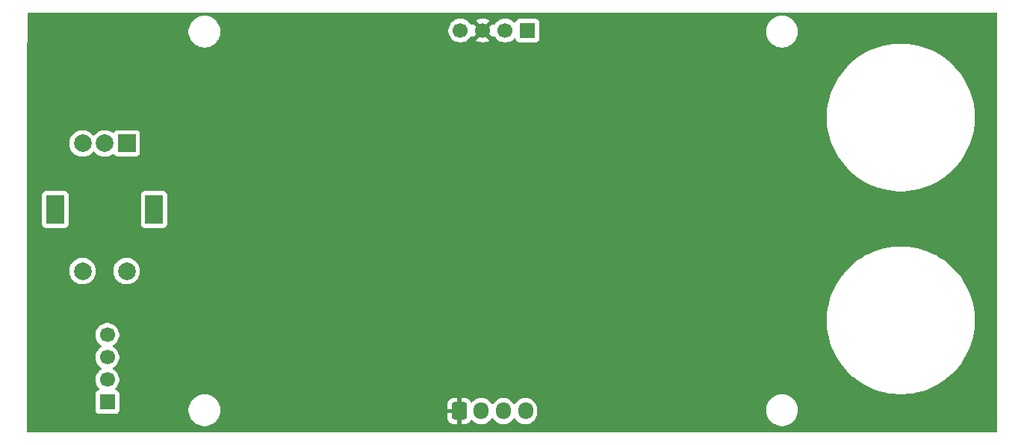
<source format=gbr>
%TF.GenerationSoftware,KiCad,Pcbnew,9.0.7*%
%TF.CreationDate,2026-01-30T14:49:52-06:00*%
%TF.ProjectId,displayboard,64697370-6c61-4796-926f-6172642e6b69,rev?*%
%TF.SameCoordinates,Original*%
%TF.FileFunction,Copper,L2,Bot*%
%TF.FilePolarity,Positive*%
%FSLAX46Y46*%
G04 Gerber Fmt 4.6, Leading zero omitted, Abs format (unit mm)*
G04 Created by KiCad (PCBNEW 9.0.7) date 2026-01-30 14:49:52*
%MOMM*%
%LPD*%
G01*
G04 APERTURE LIST*
G04 Aperture macros list*
%AMRoundRect*
0 Rectangle with rounded corners*
0 $1 Rounding radius*
0 $2 $3 $4 $5 $6 $7 $8 $9 X,Y pos of 4 corners*
0 Add a 4 corners polygon primitive as box body*
4,1,4,$2,$3,$4,$5,$6,$7,$8,$9,$2,$3,0*
0 Add four circle primitives for the rounded corners*
1,1,$1+$1,$2,$3*
1,1,$1+$1,$4,$5*
1,1,$1+$1,$6,$7*
1,1,$1+$1,$8,$9*
0 Add four rect primitives between the rounded corners*
20,1,$1+$1,$2,$3,$4,$5,0*
20,1,$1+$1,$4,$5,$6,$7,0*
20,1,$1+$1,$6,$7,$8,$9,0*
20,1,$1+$1,$8,$9,$2,$3,0*%
G04 Aperture macros list end*
%TA.AperFunction,ComponentPad*%
%ADD10R,1.700000X1.700000*%
%TD*%
%TA.AperFunction,ComponentPad*%
%ADD11C,1.700000*%
%TD*%
%TA.AperFunction,ComponentPad*%
%ADD12R,2.000000X2.000000*%
%TD*%
%TA.AperFunction,ComponentPad*%
%ADD13C,2.000000*%
%TD*%
%TA.AperFunction,ComponentPad*%
%ADD14R,2.000000X3.200000*%
%TD*%
%TA.AperFunction,ComponentPad*%
%ADD15RoundRect,0.250000X-0.600000X-0.725000X0.600000X-0.725000X0.600000X0.725000X-0.600000X0.725000X0*%
%TD*%
%TA.AperFunction,ComponentPad*%
%ADD16O,1.700000X1.950000*%
%TD*%
%TA.AperFunction,Conductor*%
%ADD17C,0.500000*%
%TD*%
G04 APERTURE END LIST*
D10*
%TO.P,REF\u002A\u002A,1*%
%TO.N,Net-(A1-GPIO20)*%
X139089000Y-70167600D03*
D11*
%TO.P,REF\u002A\u002A,2*%
%TO.N,Net-(A1-GPIO21)*%
X136549000Y-70167600D03*
%TO.P,REF\u002A\u002A,3*%
%TO.N,GND*%
X134009000Y-70167600D03*
%TO.P,REF\u002A\u002A,4*%
%TO.N,PICO_3V3*%
X131469000Y-70167600D03*
%TD*%
D12*
%TO.P,SW1,A,A*%
%TO.N,ADC0_GP26*%
X93650000Y-83000000D03*
D13*
%TO.P,SW1,B,B*%
%TO.N,ADC0_GP27*%
X88650000Y-83000000D03*
%TO.P,SW1,C,C*%
%TO.N,AGND*%
X91150000Y-83000000D03*
D14*
%TO.P,SW1,MP*%
%TO.N,N/C*%
X96750000Y-90500000D03*
X85550000Y-90500000D03*
D13*
%TO.P,SW1,S1,S1*%
%TO.N,ADC0_GP28*%
X88650000Y-97500000D03*
%TO.P,SW1,S2,S2*%
%TO.N,AGND*%
X93650000Y-97500000D03*
%TD*%
D15*
%TO.P,REF\u002A\u002A,1*%
%TO.N,GND*%
X131350000Y-113400000D03*
D16*
%TO.P,REF\u002A\u002A,2*%
%TO.N,PICO_3V3*%
X133850000Y-113400000D03*
%TO.P,REF\u002A\u002A,3*%
%TO.N,Net-(A1-GPIO21)*%
X136350000Y-113400000D03*
%TO.P,REF\u002A\u002A,4*%
%TO.N,Net-(A1-GPIO20)*%
X138850000Y-113400000D03*
%TD*%
D10*
%TO.P,REF\u002A\u002A,1*%
%TO.N,ADC0_GP26*%
X91450000Y-112370000D03*
D11*
%TO.P,REF\u002A\u002A,2*%
%TO.N,ADC0_GP27*%
X91450000Y-109830000D03*
%TO.P,REF\u002A\u002A,3*%
%TO.N,ADC0_GP28*%
X91450000Y-107290000D03*
%TO.P,REF\u002A\u002A,4*%
%TO.N,AGND*%
X91450000Y-104750000D03*
%TD*%
D17*
%TO.N,Net-(A1-GPIO20)*%
X139150800Y-70229400D02*
X139089000Y-70167600D01*
%TD*%
%TA.AperFunction,Conductor*%
%TO.N,GND*%
G36*
X192292539Y-68170185D02*
G01*
X192338294Y-68222989D01*
X192349500Y-68274500D01*
X192349500Y-115675500D01*
X192329815Y-115742539D01*
X192277011Y-115788294D01*
X192225500Y-115799500D01*
X82424500Y-115799500D01*
X82357461Y-115779815D01*
X82311706Y-115727011D01*
X82300500Y-115675500D01*
X82300500Y-104643713D01*
X90099500Y-104643713D01*
X90099500Y-104856286D01*
X90132753Y-105066239D01*
X90198444Y-105268414D01*
X90294951Y-105457820D01*
X90419890Y-105629786D01*
X90570213Y-105780109D01*
X90742182Y-105905050D01*
X90750946Y-105909516D01*
X90801742Y-105957491D01*
X90818536Y-106025312D01*
X90795998Y-106091447D01*
X90750946Y-106130484D01*
X90742182Y-106134949D01*
X90570213Y-106259890D01*
X90419890Y-106410213D01*
X90294951Y-106582179D01*
X90198444Y-106771585D01*
X90132753Y-106973760D01*
X90099500Y-107183713D01*
X90099500Y-107396286D01*
X90132753Y-107606239D01*
X90198444Y-107808414D01*
X90294951Y-107997820D01*
X90419890Y-108169786D01*
X90570213Y-108320109D01*
X90742182Y-108445050D01*
X90750946Y-108449516D01*
X90801742Y-108497491D01*
X90818536Y-108565312D01*
X90795998Y-108631447D01*
X90750946Y-108670484D01*
X90742182Y-108674949D01*
X90570213Y-108799890D01*
X90419890Y-108950213D01*
X90294951Y-109122179D01*
X90198444Y-109311585D01*
X90132753Y-109513760D01*
X90099500Y-109723713D01*
X90099500Y-109936286D01*
X90132753Y-110146239D01*
X90198444Y-110348414D01*
X90294951Y-110537820D01*
X90419890Y-110709786D01*
X90533430Y-110823326D01*
X90566915Y-110884649D01*
X90561931Y-110954341D01*
X90520059Y-111010274D01*
X90489083Y-111027189D01*
X90357669Y-111076203D01*
X90357664Y-111076206D01*
X90242455Y-111162452D01*
X90242452Y-111162455D01*
X90156206Y-111277664D01*
X90156202Y-111277671D01*
X90105908Y-111412517D01*
X90099501Y-111472116D01*
X90099501Y-111472123D01*
X90099500Y-111472135D01*
X90099500Y-113267870D01*
X90099501Y-113267876D01*
X90105908Y-113327483D01*
X90156202Y-113462328D01*
X90156206Y-113462335D01*
X90242452Y-113577544D01*
X90242455Y-113577547D01*
X90357664Y-113663793D01*
X90357671Y-113663797D01*
X90492517Y-113714091D01*
X90492516Y-113714091D01*
X90499444Y-113714835D01*
X90552127Y-113720500D01*
X92347872Y-113720499D01*
X92407483Y-113714091D01*
X92542331Y-113663796D01*
X92657546Y-113577546D01*
X92743796Y-113462331D01*
X92794091Y-113327483D01*
X92800500Y-113267873D01*
X92800500Y-113178795D01*
X100661700Y-113178795D01*
X100661700Y-113414804D01*
X100661701Y-113414820D01*
X100692506Y-113648810D01*
X100753594Y-113876793D01*
X100843914Y-114094845D01*
X100843919Y-114094856D01*
X100903205Y-114197540D01*
X100961927Y-114299250D01*
X100961929Y-114299253D01*
X100961930Y-114299254D01*
X101105606Y-114486497D01*
X101105612Y-114486504D01*
X101272495Y-114653387D01*
X101272501Y-114653392D01*
X101459750Y-114797073D01*
X101591118Y-114872918D01*
X101664143Y-114915080D01*
X101664148Y-114915082D01*
X101664151Y-114915084D01*
X101882207Y-115005406D01*
X102110186Y-115066493D01*
X102344189Y-115097300D01*
X102344196Y-115097300D01*
X102580204Y-115097300D01*
X102580211Y-115097300D01*
X102814214Y-115066493D01*
X103042193Y-115005406D01*
X103260249Y-114915084D01*
X103464650Y-114797073D01*
X103651899Y-114653392D01*
X103818792Y-114486499D01*
X103962473Y-114299250D01*
X104080484Y-114094849D01*
X104170806Y-113876793D01*
X104231893Y-113648814D01*
X104237462Y-113606508D01*
X104240630Y-113582452D01*
X104240630Y-113582451D01*
X104256443Y-113462335D01*
X104262700Y-113414811D01*
X104262700Y-113178789D01*
X104231893Y-112944786D01*
X104170806Y-112716807D01*
X104132783Y-112625013D01*
X130000000Y-112625013D01*
X130000000Y-113150000D01*
X130945854Y-113150000D01*
X130907370Y-113216657D01*
X130875000Y-113337465D01*
X130875000Y-113462535D01*
X130907370Y-113583343D01*
X130945854Y-113650000D01*
X130000001Y-113650000D01*
X130000001Y-114174986D01*
X130010494Y-114277697D01*
X130065641Y-114444119D01*
X130065643Y-114444124D01*
X130157684Y-114593345D01*
X130281654Y-114717315D01*
X130430875Y-114809356D01*
X130430880Y-114809358D01*
X130597302Y-114864505D01*
X130597309Y-114864506D01*
X130700019Y-114874999D01*
X131099999Y-114874999D01*
X131100000Y-114874998D01*
X131100000Y-113804145D01*
X131166657Y-113842630D01*
X131287465Y-113875000D01*
X131412535Y-113875000D01*
X131533343Y-113842630D01*
X131600000Y-113804145D01*
X131600000Y-114874999D01*
X131999972Y-114874999D01*
X131999986Y-114874998D01*
X132102697Y-114864505D01*
X132269119Y-114809358D01*
X132269124Y-114809356D01*
X132418345Y-114717315D01*
X132542317Y-114593343D01*
X132637815Y-114438516D01*
X132689763Y-114391791D01*
X132758725Y-114380568D01*
X132822808Y-114408412D01*
X132831035Y-114415931D01*
X132970213Y-114555109D01*
X133142179Y-114680048D01*
X133142181Y-114680049D01*
X133142184Y-114680051D01*
X133331588Y-114776557D01*
X133533757Y-114842246D01*
X133743713Y-114875500D01*
X133743714Y-114875500D01*
X133956286Y-114875500D01*
X133956287Y-114875500D01*
X134166243Y-114842246D01*
X134368412Y-114776557D01*
X134557816Y-114680051D01*
X134594516Y-114653387D01*
X134729786Y-114555109D01*
X134729788Y-114555106D01*
X134729792Y-114555104D01*
X134880104Y-114404792D01*
X134999683Y-114240204D01*
X135055011Y-114197540D01*
X135124624Y-114191561D01*
X135186420Y-114224166D01*
X135200313Y-114240199D01*
X135227557Y-114277697D01*
X135319896Y-114404792D01*
X135470213Y-114555109D01*
X135642179Y-114680048D01*
X135642181Y-114680049D01*
X135642184Y-114680051D01*
X135831588Y-114776557D01*
X136033757Y-114842246D01*
X136243713Y-114875500D01*
X136243714Y-114875500D01*
X136456286Y-114875500D01*
X136456287Y-114875500D01*
X136666243Y-114842246D01*
X136868412Y-114776557D01*
X137057816Y-114680051D01*
X137094516Y-114653387D01*
X137229786Y-114555109D01*
X137229788Y-114555106D01*
X137229792Y-114555104D01*
X137380104Y-114404792D01*
X137499683Y-114240204D01*
X137555011Y-114197540D01*
X137624624Y-114191561D01*
X137686420Y-114224166D01*
X137700313Y-114240199D01*
X137727557Y-114277697D01*
X137819896Y-114404792D01*
X137970213Y-114555109D01*
X138142179Y-114680048D01*
X138142181Y-114680049D01*
X138142184Y-114680051D01*
X138331588Y-114776557D01*
X138533757Y-114842246D01*
X138743713Y-114875500D01*
X138743714Y-114875500D01*
X138956286Y-114875500D01*
X138956287Y-114875500D01*
X139166243Y-114842246D01*
X139368412Y-114776557D01*
X139557816Y-114680051D01*
X139594516Y-114653387D01*
X139729786Y-114555109D01*
X139729788Y-114555106D01*
X139729792Y-114555104D01*
X139880104Y-114404792D01*
X139880106Y-114404788D01*
X139880109Y-114404786D01*
X140005048Y-114232820D01*
X140005047Y-114232820D01*
X140005051Y-114232816D01*
X140101557Y-114043412D01*
X140167246Y-113841243D01*
X140200500Y-113631287D01*
X140200500Y-113178795D01*
X166142900Y-113178795D01*
X166142900Y-113414804D01*
X166142901Y-113414820D01*
X166173706Y-113648810D01*
X166234794Y-113876793D01*
X166325114Y-114094845D01*
X166325119Y-114094856D01*
X166384405Y-114197540D01*
X166443127Y-114299250D01*
X166443129Y-114299253D01*
X166443130Y-114299254D01*
X166586806Y-114486497D01*
X166586812Y-114486504D01*
X166753695Y-114653387D01*
X166753701Y-114653392D01*
X166940950Y-114797073D01*
X167072318Y-114872918D01*
X167145343Y-114915080D01*
X167145348Y-114915082D01*
X167145351Y-114915084D01*
X167363407Y-115005406D01*
X167591386Y-115066493D01*
X167825389Y-115097300D01*
X167825396Y-115097300D01*
X168061404Y-115097300D01*
X168061411Y-115097300D01*
X168295414Y-115066493D01*
X168523393Y-115005406D01*
X168741449Y-114915084D01*
X168945850Y-114797073D01*
X169133099Y-114653392D01*
X169299992Y-114486499D01*
X169443673Y-114299250D01*
X169561684Y-114094849D01*
X169652006Y-113876793D01*
X169713093Y-113648814D01*
X169743900Y-113414811D01*
X169743900Y-113178789D01*
X169713093Y-112944786D01*
X169652006Y-112716807D01*
X169561684Y-112498751D01*
X169561682Y-112498748D01*
X169561680Y-112498743D01*
X169487752Y-112370697D01*
X169443673Y-112294350D01*
X169299992Y-112107101D01*
X169299987Y-112107095D01*
X169133104Y-111940212D01*
X169133097Y-111940206D01*
X168945854Y-111796530D01*
X168945853Y-111796529D01*
X168945850Y-111796527D01*
X168864357Y-111749477D01*
X168741456Y-111678519D01*
X168741445Y-111678514D01*
X168523393Y-111588194D01*
X168295410Y-111527106D01*
X168061420Y-111496301D01*
X168061417Y-111496300D01*
X168061411Y-111496300D01*
X167825389Y-111496300D01*
X167825383Y-111496300D01*
X167825379Y-111496301D01*
X167591389Y-111527106D01*
X167363406Y-111588194D01*
X167145354Y-111678514D01*
X167145343Y-111678519D01*
X166940945Y-111796530D01*
X166753702Y-111940206D01*
X166753695Y-111940212D01*
X166586812Y-112107095D01*
X166586806Y-112107102D01*
X166443130Y-112294345D01*
X166325119Y-112498743D01*
X166325114Y-112498754D01*
X166234794Y-112716806D01*
X166173706Y-112944789D01*
X166142901Y-113178779D01*
X166142900Y-113178795D01*
X140200500Y-113178795D01*
X140200500Y-113168713D01*
X140167246Y-112958757D01*
X140101557Y-112756588D01*
X140005051Y-112567184D01*
X140005049Y-112567181D01*
X140005048Y-112567179D01*
X139880109Y-112395213D01*
X139729786Y-112244890D01*
X139557820Y-112119951D01*
X139368414Y-112023444D01*
X139368413Y-112023443D01*
X139368412Y-112023443D01*
X139166243Y-111957754D01*
X139166241Y-111957753D01*
X139166240Y-111957753D01*
X139004957Y-111932208D01*
X138956287Y-111924500D01*
X138743713Y-111924500D01*
X138695042Y-111932208D01*
X138533760Y-111957753D01*
X138331585Y-112023444D01*
X138142179Y-112119951D01*
X137970213Y-112244890D01*
X137819894Y-112395209D01*
X137819890Y-112395214D01*
X137700318Y-112559793D01*
X137644989Y-112602459D01*
X137575375Y-112608438D01*
X137513580Y-112575833D01*
X137499682Y-112559793D01*
X137380109Y-112395214D01*
X137380105Y-112395209D01*
X137229786Y-112244890D01*
X137057820Y-112119951D01*
X136868414Y-112023444D01*
X136868413Y-112023443D01*
X136868412Y-112023443D01*
X136666243Y-111957754D01*
X136666241Y-111957753D01*
X136666240Y-111957753D01*
X136504957Y-111932208D01*
X136456287Y-111924500D01*
X136243713Y-111924500D01*
X136195042Y-111932208D01*
X136033760Y-111957753D01*
X135831585Y-112023444D01*
X135642179Y-112119951D01*
X135470213Y-112244890D01*
X135319894Y-112395209D01*
X135319890Y-112395214D01*
X135200318Y-112559793D01*
X135144989Y-112602459D01*
X135075375Y-112608438D01*
X135013580Y-112575833D01*
X134999682Y-112559793D01*
X134880109Y-112395214D01*
X134880105Y-112395209D01*
X134729786Y-112244890D01*
X134557820Y-112119951D01*
X134368414Y-112023444D01*
X134368413Y-112023443D01*
X134368412Y-112023443D01*
X134166243Y-111957754D01*
X134166241Y-111957753D01*
X134166240Y-111957753D01*
X134004957Y-111932208D01*
X133956287Y-111924500D01*
X133743713Y-111924500D01*
X133695042Y-111932208D01*
X133533760Y-111957753D01*
X133331585Y-112023444D01*
X133142179Y-112119951D01*
X132970215Y-112244889D01*
X132831035Y-112384069D01*
X132769712Y-112417553D01*
X132700020Y-112412569D01*
X132644087Y-112370697D01*
X132637815Y-112361484D01*
X132542315Y-112206654D01*
X132418345Y-112082684D01*
X132269124Y-111990643D01*
X132269119Y-111990641D01*
X132102697Y-111935494D01*
X132102690Y-111935493D01*
X131999986Y-111925000D01*
X131600000Y-111925000D01*
X131600000Y-112995854D01*
X131533343Y-112957370D01*
X131412535Y-112925000D01*
X131287465Y-112925000D01*
X131166657Y-112957370D01*
X131100000Y-112995854D01*
X131100000Y-111925000D01*
X130700028Y-111925000D01*
X130700012Y-111925001D01*
X130597302Y-111935494D01*
X130430880Y-111990641D01*
X130430875Y-111990643D01*
X130281654Y-112082684D01*
X130157684Y-112206654D01*
X130065643Y-112355875D01*
X130065641Y-112355880D01*
X130010494Y-112522302D01*
X130010493Y-112522309D01*
X130000000Y-112625013D01*
X104132783Y-112625013D01*
X104123441Y-112602459D01*
X104080485Y-112498754D01*
X104080480Y-112498743D01*
X104006552Y-112370697D01*
X103962473Y-112294350D01*
X103818792Y-112107101D01*
X103818787Y-112107095D01*
X103651904Y-111940212D01*
X103651897Y-111940206D01*
X103464654Y-111796530D01*
X103464653Y-111796529D01*
X103464650Y-111796527D01*
X103383157Y-111749477D01*
X103260256Y-111678519D01*
X103260245Y-111678514D01*
X103042193Y-111588194D01*
X102814210Y-111527106D01*
X102580220Y-111496301D01*
X102580217Y-111496300D01*
X102580211Y-111496300D01*
X102344189Y-111496300D01*
X102344183Y-111496300D01*
X102344179Y-111496301D01*
X102110189Y-111527106D01*
X101882206Y-111588194D01*
X101664154Y-111678514D01*
X101664143Y-111678519D01*
X101459745Y-111796530D01*
X101272502Y-111940206D01*
X101272495Y-111940212D01*
X101105612Y-112107095D01*
X101105606Y-112107102D01*
X100961930Y-112294345D01*
X100843919Y-112498743D01*
X100843914Y-112498754D01*
X100753594Y-112716806D01*
X100692506Y-112944789D01*
X100661701Y-113178779D01*
X100661700Y-113178795D01*
X92800500Y-113178795D01*
X92800499Y-112361484D01*
X92800499Y-111472129D01*
X92800498Y-111472123D01*
X92800497Y-111472116D01*
X92794091Y-111412517D01*
X92743796Y-111277669D01*
X92743795Y-111277668D01*
X92743793Y-111277664D01*
X92657547Y-111162455D01*
X92657544Y-111162452D01*
X92542335Y-111076206D01*
X92542328Y-111076202D01*
X92410917Y-111027189D01*
X92354983Y-110985318D01*
X92330566Y-110919853D01*
X92345418Y-110851580D01*
X92366563Y-110823332D01*
X92480104Y-110709792D01*
X92605051Y-110537816D01*
X92701557Y-110348412D01*
X92767246Y-110146243D01*
X92800500Y-109936287D01*
X92800500Y-109723713D01*
X92767246Y-109513757D01*
X92701557Y-109311588D01*
X92605051Y-109122184D01*
X92605049Y-109122181D01*
X92605048Y-109122179D01*
X92480109Y-108950213D01*
X92329786Y-108799890D01*
X92157820Y-108674951D01*
X92157115Y-108674591D01*
X92149054Y-108670485D01*
X92098259Y-108622512D01*
X92081463Y-108554692D01*
X92103999Y-108488556D01*
X92149054Y-108449515D01*
X92157816Y-108445051D01*
X92191847Y-108420326D01*
X92329786Y-108320109D01*
X92329788Y-108320106D01*
X92329792Y-108320104D01*
X92480104Y-108169792D01*
X92480106Y-108169788D01*
X92480109Y-108169786D01*
X92605048Y-107997820D01*
X92605047Y-107997820D01*
X92605051Y-107997816D01*
X92701557Y-107808412D01*
X92767246Y-107606243D01*
X92800500Y-107396287D01*
X92800500Y-107183713D01*
X92767246Y-106973757D01*
X92701557Y-106771588D01*
X92605051Y-106582184D01*
X92605049Y-106582181D01*
X92605048Y-106582179D01*
X92480109Y-106410213D01*
X92329786Y-106259890D01*
X92157820Y-106134951D01*
X92157115Y-106134591D01*
X92149054Y-106130485D01*
X92098259Y-106082512D01*
X92081463Y-106014692D01*
X92103999Y-105948556D01*
X92149054Y-105909515D01*
X92157816Y-105905051D01*
X92179789Y-105889086D01*
X92329786Y-105780109D01*
X92329788Y-105780106D01*
X92329792Y-105780104D01*
X92480104Y-105629792D01*
X92480106Y-105629788D01*
X92480109Y-105629786D01*
X92605048Y-105457820D01*
X92605047Y-105457820D01*
X92605051Y-105457816D01*
X92701557Y-105268412D01*
X92767246Y-105066243D01*
X92800500Y-104856287D01*
X92800500Y-104643713D01*
X92767246Y-104433757D01*
X92701557Y-104231588D01*
X92605051Y-104042184D01*
X92605049Y-104042181D01*
X92605048Y-104042179D01*
X92480109Y-103870213D01*
X92329786Y-103719890D01*
X92157820Y-103594951D01*
X91968414Y-103498444D01*
X91968413Y-103498443D01*
X91968412Y-103498443D01*
X91766243Y-103432754D01*
X91766241Y-103432753D01*
X91766240Y-103432753D01*
X91604957Y-103407208D01*
X91556287Y-103399500D01*
X91343713Y-103399500D01*
X91295042Y-103407208D01*
X91133760Y-103432753D01*
X90931585Y-103498444D01*
X90742179Y-103594951D01*
X90570213Y-103719890D01*
X90419890Y-103870213D01*
X90294951Y-104042179D01*
X90198444Y-104231585D01*
X90132753Y-104433760D01*
X90099500Y-104643713D01*
X82300500Y-104643713D01*
X82300500Y-102825602D01*
X173018000Y-102825602D01*
X173018000Y-103374398D01*
X173032456Y-103594949D01*
X173053893Y-103922027D01*
X173125525Y-104466119D01*
X173125527Y-104466131D01*
X173232584Y-105004349D01*
X173232590Y-105004375D01*
X173374627Y-105534464D01*
X173374631Y-105534479D01*
X173551033Y-106054139D01*
X173551037Y-106054150D01*
X173761054Y-106561173D01*
X174003775Y-107053364D01*
X174278168Y-107528627D01*
X174278184Y-107528652D01*
X174583069Y-107984944D01*
X174917150Y-108420326D01*
X174917155Y-108420331D01*
X174917156Y-108420333D01*
X175279002Y-108832940D01*
X175667060Y-109220998D01*
X176000892Y-109513760D01*
X176079673Y-109582849D01*
X176515055Y-109916930D01*
X176971347Y-110221815D01*
X176971372Y-110221831D01*
X177446635Y-110496224D01*
X177938826Y-110738945D01*
X177938831Y-110738947D01*
X177938837Y-110738950D01*
X178445858Y-110948966D01*
X178774520Y-111060531D01*
X178965520Y-111125368D01*
X178965525Y-111125369D01*
X178965530Y-111125371D01*
X179495627Y-111267410D01*
X179495636Y-111267411D01*
X179495650Y-111267415D01*
X180033868Y-111374472D01*
X180033873Y-111374472D01*
X180033879Y-111374474D01*
X180577980Y-111446107D01*
X181125602Y-111482000D01*
X181125613Y-111482000D01*
X181674387Y-111482000D01*
X181674398Y-111482000D01*
X182222020Y-111446107D01*
X182766121Y-111374474D01*
X182790867Y-111369551D01*
X183304349Y-111267415D01*
X183304356Y-111267413D01*
X183304373Y-111267410D01*
X183834470Y-111125371D01*
X184354142Y-110948966D01*
X184861163Y-110738950D01*
X185353364Y-110496224D01*
X185828636Y-110221826D01*
X186284943Y-109916931D01*
X186720333Y-109582844D01*
X187132940Y-109220998D01*
X187520998Y-108832940D01*
X187882844Y-108420333D01*
X188216931Y-107984943D01*
X188521826Y-107528636D01*
X188796224Y-107053364D01*
X189038950Y-106561163D01*
X189248966Y-106054142D01*
X189425371Y-105534470D01*
X189567410Y-105004373D01*
X189674474Y-104466121D01*
X189746107Y-103922020D01*
X189782000Y-103374398D01*
X189782000Y-102825602D01*
X189746107Y-102277980D01*
X189674474Y-101733879D01*
X189567410Y-101195627D01*
X189425371Y-100665530D01*
X189248966Y-100145858D01*
X189038950Y-99638837D01*
X188796224Y-99146636D01*
X188796224Y-99146635D01*
X188521831Y-98671372D01*
X188521815Y-98671347D01*
X188216930Y-98215055D01*
X187882849Y-97779673D01*
X187741151Y-97618097D01*
X187520998Y-97367060D01*
X187132940Y-96979002D01*
X186720333Y-96617156D01*
X186720331Y-96617155D01*
X186720326Y-96617150D01*
X186284944Y-96283069D01*
X185828652Y-95978184D01*
X185828627Y-95978168D01*
X185353364Y-95703775D01*
X184861173Y-95461054D01*
X184354150Y-95251037D01*
X184354139Y-95251033D01*
X183834479Y-95074631D01*
X183834464Y-95074627D01*
X183304375Y-94932590D01*
X183304349Y-94932584D01*
X182766131Y-94825527D01*
X182766119Y-94825525D01*
X182222027Y-94753893D01*
X182009055Y-94739934D01*
X181674398Y-94718000D01*
X181125602Y-94718000D01*
X180808557Y-94738780D01*
X180577972Y-94753893D01*
X180033880Y-94825525D01*
X180033868Y-94825527D01*
X179495650Y-94932584D01*
X179495624Y-94932590D01*
X178965535Y-95074627D01*
X178965520Y-95074631D01*
X178445860Y-95251033D01*
X178445849Y-95251037D01*
X177938826Y-95461054D01*
X177446635Y-95703775D01*
X176971372Y-95978168D01*
X176971347Y-95978184D01*
X176515055Y-96283069D01*
X176079673Y-96617150D01*
X175667055Y-96979006D01*
X175279006Y-97367055D01*
X174917150Y-97779673D01*
X174583069Y-98215055D01*
X174278184Y-98671347D01*
X174278168Y-98671372D01*
X174003775Y-99146635D01*
X173761054Y-99638826D01*
X173551037Y-100145849D01*
X173551033Y-100145860D01*
X173374631Y-100665520D01*
X173374627Y-100665535D01*
X173232590Y-101195624D01*
X173232584Y-101195650D01*
X173125527Y-101733868D01*
X173125525Y-101733880D01*
X173053893Y-102277972D01*
X173038780Y-102508557D01*
X173018000Y-102825602D01*
X82300500Y-102825602D01*
X82300500Y-97381902D01*
X87149500Y-97381902D01*
X87149500Y-97618097D01*
X87186446Y-97851368D01*
X87259433Y-98075996D01*
X87330288Y-98215055D01*
X87366657Y-98286433D01*
X87505483Y-98477510D01*
X87672490Y-98644517D01*
X87863567Y-98783343D01*
X87962991Y-98834002D01*
X88074003Y-98890566D01*
X88074005Y-98890566D01*
X88074008Y-98890568D01*
X88194412Y-98929689D01*
X88298631Y-98963553D01*
X88531903Y-99000500D01*
X88531908Y-99000500D01*
X88768097Y-99000500D01*
X89001368Y-98963553D01*
X89225992Y-98890568D01*
X89436433Y-98783343D01*
X89627510Y-98644517D01*
X89794517Y-98477510D01*
X89933343Y-98286433D01*
X90040568Y-98075992D01*
X90113553Y-97851368D01*
X90150500Y-97618097D01*
X90150500Y-97381902D01*
X92149500Y-97381902D01*
X92149500Y-97618097D01*
X92186446Y-97851368D01*
X92259433Y-98075996D01*
X92330288Y-98215055D01*
X92366657Y-98286433D01*
X92505483Y-98477510D01*
X92672490Y-98644517D01*
X92863567Y-98783343D01*
X92962991Y-98834002D01*
X93074003Y-98890566D01*
X93074005Y-98890566D01*
X93074008Y-98890568D01*
X93194412Y-98929689D01*
X93298631Y-98963553D01*
X93531903Y-99000500D01*
X93531908Y-99000500D01*
X93768097Y-99000500D01*
X94001368Y-98963553D01*
X94225992Y-98890568D01*
X94436433Y-98783343D01*
X94627510Y-98644517D01*
X94794517Y-98477510D01*
X94933343Y-98286433D01*
X95040568Y-98075992D01*
X95113553Y-97851368D01*
X95150500Y-97618097D01*
X95150500Y-97381902D01*
X95113553Y-97148631D01*
X95058438Y-96979006D01*
X95040568Y-96924008D01*
X95040566Y-96924005D01*
X95040566Y-96924003D01*
X94933342Y-96713566D01*
X94794517Y-96522490D01*
X94627510Y-96355483D01*
X94436433Y-96216657D01*
X94225996Y-96109433D01*
X94001368Y-96036446D01*
X93768097Y-95999500D01*
X93768092Y-95999500D01*
X93531908Y-95999500D01*
X93531903Y-95999500D01*
X93298631Y-96036446D01*
X93074003Y-96109433D01*
X92863566Y-96216657D01*
X92772159Y-96283069D01*
X92672490Y-96355483D01*
X92672488Y-96355485D01*
X92672487Y-96355485D01*
X92505485Y-96522487D01*
X92505485Y-96522488D01*
X92505483Y-96522490D01*
X92445862Y-96604550D01*
X92366657Y-96713566D01*
X92259433Y-96924003D01*
X92186446Y-97148631D01*
X92149500Y-97381902D01*
X90150500Y-97381902D01*
X90113553Y-97148631D01*
X90058438Y-96979006D01*
X90040568Y-96924008D01*
X90040566Y-96924005D01*
X90040566Y-96924003D01*
X89933342Y-96713566D01*
X89794517Y-96522490D01*
X89627510Y-96355483D01*
X89436433Y-96216657D01*
X89225996Y-96109433D01*
X89001368Y-96036446D01*
X88768097Y-95999500D01*
X88768092Y-95999500D01*
X88531908Y-95999500D01*
X88531903Y-95999500D01*
X88298631Y-96036446D01*
X88074003Y-96109433D01*
X87863566Y-96216657D01*
X87772159Y-96283069D01*
X87672490Y-96355483D01*
X87672488Y-96355485D01*
X87672487Y-96355485D01*
X87505485Y-96522487D01*
X87505485Y-96522488D01*
X87505483Y-96522490D01*
X87445862Y-96604550D01*
X87366657Y-96713566D01*
X87259433Y-96924003D01*
X87186446Y-97148631D01*
X87149500Y-97381902D01*
X82300500Y-97381902D01*
X82300500Y-88852135D01*
X84049500Y-88852135D01*
X84049500Y-92147870D01*
X84049501Y-92147876D01*
X84055908Y-92207483D01*
X84106202Y-92342328D01*
X84106206Y-92342335D01*
X84192452Y-92457544D01*
X84192455Y-92457547D01*
X84307664Y-92543793D01*
X84307671Y-92543797D01*
X84442517Y-92594091D01*
X84442516Y-92594091D01*
X84449444Y-92594835D01*
X84502127Y-92600500D01*
X86597872Y-92600499D01*
X86657483Y-92594091D01*
X86792331Y-92543796D01*
X86907546Y-92457546D01*
X86993796Y-92342331D01*
X87044091Y-92207483D01*
X87050500Y-92147873D01*
X87050499Y-88852135D01*
X95249500Y-88852135D01*
X95249500Y-92147870D01*
X95249501Y-92147876D01*
X95255908Y-92207483D01*
X95306202Y-92342328D01*
X95306206Y-92342335D01*
X95392452Y-92457544D01*
X95392455Y-92457547D01*
X95507664Y-92543793D01*
X95507671Y-92543797D01*
X95642517Y-92594091D01*
X95642516Y-92594091D01*
X95649444Y-92594835D01*
X95702127Y-92600500D01*
X97797872Y-92600499D01*
X97857483Y-92594091D01*
X97992331Y-92543796D01*
X98107546Y-92457546D01*
X98193796Y-92342331D01*
X98244091Y-92207483D01*
X98250500Y-92147873D01*
X98250499Y-88852128D01*
X98244091Y-88792517D01*
X98193796Y-88657669D01*
X98193795Y-88657668D01*
X98193793Y-88657664D01*
X98107547Y-88542455D01*
X98107544Y-88542452D01*
X97992335Y-88456206D01*
X97992328Y-88456202D01*
X97857482Y-88405908D01*
X97857483Y-88405908D01*
X97797883Y-88399501D01*
X97797881Y-88399500D01*
X97797873Y-88399500D01*
X97797864Y-88399500D01*
X95702129Y-88399500D01*
X95702123Y-88399501D01*
X95642516Y-88405908D01*
X95507671Y-88456202D01*
X95507664Y-88456206D01*
X95392455Y-88542452D01*
X95392452Y-88542455D01*
X95306206Y-88657664D01*
X95306202Y-88657671D01*
X95255908Y-88792517D01*
X95249501Y-88852116D01*
X95249501Y-88852123D01*
X95249500Y-88852135D01*
X87050499Y-88852135D01*
X87050499Y-88852128D01*
X87044091Y-88792517D01*
X86993796Y-88657669D01*
X86993795Y-88657668D01*
X86993793Y-88657664D01*
X86907547Y-88542455D01*
X86907544Y-88542452D01*
X86792335Y-88456206D01*
X86792328Y-88456202D01*
X86657482Y-88405908D01*
X86657483Y-88405908D01*
X86597883Y-88399501D01*
X86597881Y-88399500D01*
X86597873Y-88399500D01*
X86597864Y-88399500D01*
X84502129Y-88399500D01*
X84502123Y-88399501D01*
X84442516Y-88405908D01*
X84307671Y-88456202D01*
X84307664Y-88456206D01*
X84192455Y-88542452D01*
X84192452Y-88542455D01*
X84106206Y-88657664D01*
X84106202Y-88657671D01*
X84055908Y-88792517D01*
X84049501Y-88852116D01*
X84049501Y-88852123D01*
X84049500Y-88852135D01*
X82300500Y-88852135D01*
X82300500Y-82881902D01*
X87149500Y-82881902D01*
X87149500Y-83118097D01*
X87186446Y-83351368D01*
X87259433Y-83575996D01*
X87366657Y-83786433D01*
X87505483Y-83977510D01*
X87672490Y-84144517D01*
X87863567Y-84283343D01*
X87962991Y-84334002D01*
X88074003Y-84390566D01*
X88074005Y-84390566D01*
X88074008Y-84390568D01*
X88194412Y-84429689D01*
X88298631Y-84463553D01*
X88531903Y-84500500D01*
X88531908Y-84500500D01*
X88768097Y-84500500D01*
X89001368Y-84463553D01*
X89225992Y-84390568D01*
X89436433Y-84283343D01*
X89627510Y-84144517D01*
X89794517Y-83977510D01*
X89799682Y-83970401D01*
X89855012Y-83927735D01*
X89924625Y-83921756D01*
X89986420Y-83954362D01*
X90000318Y-83970401D01*
X90005483Y-83977510D01*
X90172490Y-84144517D01*
X90363567Y-84283343D01*
X90462991Y-84334002D01*
X90574003Y-84390566D01*
X90574005Y-84390566D01*
X90574008Y-84390568D01*
X90694412Y-84429689D01*
X90798631Y-84463553D01*
X91031903Y-84500500D01*
X91031908Y-84500500D01*
X91268097Y-84500500D01*
X91501368Y-84463553D01*
X91725992Y-84390568D01*
X91936433Y-84283343D01*
X92032157Y-84213794D01*
X92097963Y-84190314D01*
X92166017Y-84206139D01*
X92204309Y-84239801D01*
X92292452Y-84357544D01*
X92292455Y-84357547D01*
X92407664Y-84443793D01*
X92407671Y-84443797D01*
X92542517Y-84494091D01*
X92542516Y-84494091D01*
X92549444Y-84494835D01*
X92602127Y-84500500D01*
X94697872Y-84500499D01*
X94757483Y-84494091D01*
X94892331Y-84443796D01*
X95007546Y-84357546D01*
X95093796Y-84242331D01*
X95144091Y-84107483D01*
X95150500Y-84047873D01*
X95150499Y-81952128D01*
X95144091Y-81892517D01*
X95130278Y-81855483D01*
X95093797Y-81757671D01*
X95093793Y-81757664D01*
X95007547Y-81642455D01*
X95007544Y-81642452D01*
X94892335Y-81556206D01*
X94892328Y-81556202D01*
X94757482Y-81505908D01*
X94757483Y-81505908D01*
X94697883Y-81499501D01*
X94697881Y-81499500D01*
X94697873Y-81499500D01*
X94697864Y-81499500D01*
X92602129Y-81499500D01*
X92602123Y-81499501D01*
X92542516Y-81505908D01*
X92407671Y-81556202D01*
X92407664Y-81556206D01*
X92292455Y-81642452D01*
X92204309Y-81760199D01*
X92148375Y-81802069D01*
X92078683Y-81807053D01*
X92032157Y-81786205D01*
X91936433Y-81716657D01*
X91725996Y-81609433D01*
X91501368Y-81536446D01*
X91268097Y-81499500D01*
X91268092Y-81499500D01*
X91031908Y-81499500D01*
X91031903Y-81499500D01*
X90798631Y-81536446D01*
X90574003Y-81609433D01*
X90363566Y-81716657D01*
X90267843Y-81786205D01*
X90172490Y-81855483D01*
X90172488Y-81855485D01*
X90172487Y-81855485D01*
X90005482Y-82022490D01*
X90000315Y-82029603D01*
X89944983Y-82072266D01*
X89875370Y-82078242D01*
X89813576Y-82045634D01*
X89799685Y-82029603D01*
X89794517Y-82022490D01*
X89627512Y-81855485D01*
X89627510Y-81855483D01*
X89436433Y-81716657D01*
X89225996Y-81609433D01*
X89001368Y-81536446D01*
X88768097Y-81499500D01*
X88768092Y-81499500D01*
X88531908Y-81499500D01*
X88531903Y-81499500D01*
X88298631Y-81536446D01*
X88074003Y-81609433D01*
X87863566Y-81716657D01*
X87767843Y-81786205D01*
X87672490Y-81855483D01*
X87672488Y-81855485D01*
X87672487Y-81855485D01*
X87505485Y-82022487D01*
X87505485Y-82022488D01*
X87505483Y-82022490D01*
X87488668Y-82045634D01*
X87366657Y-82213566D01*
X87259433Y-82424003D01*
X87186446Y-82648631D01*
X87149500Y-82881902D01*
X82300500Y-82881902D01*
X82300500Y-79790280D01*
X82300504Y-79789248D01*
X82300618Y-79775602D01*
X173018000Y-79775602D01*
X173018000Y-80324398D01*
X173040669Y-80670264D01*
X173053893Y-80872027D01*
X173125525Y-81416119D01*
X173125527Y-81416131D01*
X173232584Y-81954349D01*
X173232590Y-81954375D01*
X173374627Y-82484464D01*
X173374631Y-82484479D01*
X173551033Y-83004139D01*
X173551037Y-83004150D01*
X173761054Y-83511173D01*
X174003775Y-84003364D01*
X174278168Y-84478627D01*
X174278184Y-84478652D01*
X174583069Y-84934944D01*
X174917150Y-85370326D01*
X174917155Y-85370331D01*
X174917156Y-85370333D01*
X175279002Y-85782940D01*
X175667060Y-86170998D01*
X176079667Y-86532844D01*
X176079673Y-86532849D01*
X176515055Y-86866930D01*
X176971347Y-87171815D01*
X176971372Y-87171831D01*
X177446635Y-87446224D01*
X177938826Y-87688945D01*
X177938831Y-87688947D01*
X177938837Y-87688950D01*
X178445858Y-87898966D01*
X178774520Y-88010531D01*
X178965520Y-88075368D01*
X178965525Y-88075369D01*
X178965530Y-88075371D01*
X179495627Y-88217410D01*
X179495636Y-88217411D01*
X179495650Y-88217415D01*
X180033868Y-88324472D01*
X180033873Y-88324472D01*
X180033879Y-88324474D01*
X180577980Y-88396107D01*
X181125602Y-88432000D01*
X181125613Y-88432000D01*
X181674387Y-88432000D01*
X181674398Y-88432000D01*
X182222020Y-88396107D01*
X182766121Y-88324474D01*
X182790867Y-88319551D01*
X183304349Y-88217415D01*
X183304356Y-88217413D01*
X183304373Y-88217410D01*
X183834470Y-88075371D01*
X184354142Y-87898966D01*
X184861163Y-87688950D01*
X185353364Y-87446224D01*
X185828636Y-87171826D01*
X186284943Y-86866931D01*
X186720333Y-86532844D01*
X187132940Y-86170998D01*
X187520998Y-85782940D01*
X187882844Y-85370333D01*
X188216931Y-84934943D01*
X188521826Y-84478636D01*
X188796224Y-84003364D01*
X189038950Y-83511163D01*
X189248966Y-83004142D01*
X189425371Y-82484470D01*
X189567410Y-81954373D01*
X189567857Y-81952129D01*
X189674472Y-81416131D01*
X189674474Y-81416119D01*
X189746106Y-80872027D01*
X189746107Y-80872020D01*
X189782000Y-80324398D01*
X189782000Y-79775602D01*
X189746107Y-79227980D01*
X189674474Y-78683879D01*
X189567410Y-78145627D01*
X189425371Y-77615530D01*
X189248966Y-77095858D01*
X189038950Y-76588837D01*
X188796224Y-76096636D01*
X188796224Y-76096635D01*
X188521831Y-75621372D01*
X188521815Y-75621347D01*
X188216930Y-75165055D01*
X187882849Y-74729673D01*
X187882844Y-74729667D01*
X187520998Y-74317060D01*
X187132940Y-73929002D01*
X186720333Y-73567156D01*
X186720331Y-73567155D01*
X186720326Y-73567150D01*
X186284944Y-73233069D01*
X185828652Y-72928184D01*
X185828627Y-72928168D01*
X185353364Y-72653775D01*
X184861173Y-72411054D01*
X184354150Y-72201037D01*
X184354139Y-72201033D01*
X183834479Y-72024631D01*
X183834464Y-72024627D01*
X183304375Y-71882590D01*
X183304349Y-71882584D01*
X182766131Y-71775527D01*
X182766119Y-71775525D01*
X182222027Y-71703893D01*
X182009055Y-71689934D01*
X181674398Y-71668000D01*
X181125602Y-71668000D01*
X180808557Y-71688780D01*
X180577972Y-71703893D01*
X180033880Y-71775525D01*
X180033868Y-71775527D01*
X179495650Y-71882584D01*
X179495624Y-71882590D01*
X178965535Y-72024627D01*
X178965520Y-72024631D01*
X178445860Y-72201033D01*
X178445849Y-72201037D01*
X177938826Y-72411054D01*
X177446635Y-72653775D01*
X176971372Y-72928168D01*
X176971347Y-72928184D01*
X176515055Y-73233069D01*
X176079673Y-73567150D01*
X175667055Y-73929006D01*
X175279006Y-74317055D01*
X174917150Y-74729673D01*
X174583069Y-75165055D01*
X174278184Y-75621347D01*
X174278168Y-75621372D01*
X174003775Y-76096635D01*
X173761054Y-76588826D01*
X173551037Y-77095849D01*
X173551033Y-77095860D01*
X173374631Y-77615520D01*
X173374627Y-77615535D01*
X173232590Y-78145624D01*
X173232584Y-78145650D01*
X173125527Y-78683868D01*
X173125525Y-78683880D01*
X173053893Y-79227972D01*
X173038780Y-79458557D01*
X173018000Y-79775602D01*
X82300618Y-79775602D01*
X82300643Y-79772541D01*
X82300643Y-79772540D01*
X82357442Y-72928168D01*
X82380277Y-70176595D01*
X100661700Y-70176595D01*
X100661700Y-70412604D01*
X100661701Y-70412620D01*
X100692506Y-70646610D01*
X100753594Y-70874593D01*
X100843914Y-71092645D01*
X100843919Y-71092656D01*
X100904570Y-71197705D01*
X100961927Y-71297050D01*
X100961929Y-71297053D01*
X100961930Y-71297054D01*
X101105606Y-71484297D01*
X101105612Y-71484304D01*
X101272495Y-71651187D01*
X101272502Y-71651193D01*
X101341182Y-71703893D01*
X101459750Y-71794873D01*
X101591118Y-71870718D01*
X101664143Y-71912880D01*
X101664148Y-71912882D01*
X101664151Y-71912884D01*
X101882207Y-72003206D01*
X102110186Y-72064293D01*
X102344189Y-72095100D01*
X102344196Y-72095100D01*
X102580204Y-72095100D01*
X102580211Y-72095100D01*
X102814214Y-72064293D01*
X103042193Y-72003206D01*
X103260249Y-71912884D01*
X103464650Y-71794873D01*
X103651899Y-71651192D01*
X103818792Y-71484299D01*
X103962473Y-71297050D01*
X104080484Y-71092649D01*
X104170806Y-70874593D01*
X104231893Y-70646614D01*
X104262700Y-70412611D01*
X104262700Y-70176589D01*
X104247524Y-70061313D01*
X130118500Y-70061313D01*
X130118500Y-70273887D01*
X130151754Y-70483843D01*
X130204640Y-70646610D01*
X130217444Y-70686014D01*
X130313951Y-70875420D01*
X130438890Y-71047386D01*
X130589213Y-71197709D01*
X130761179Y-71322648D01*
X130761181Y-71322649D01*
X130761184Y-71322651D01*
X130950588Y-71419157D01*
X131152757Y-71484846D01*
X131362713Y-71518100D01*
X131362714Y-71518100D01*
X131575286Y-71518100D01*
X131575287Y-71518100D01*
X131785243Y-71484846D01*
X131987412Y-71419157D01*
X132176816Y-71322651D01*
X132198789Y-71306686D01*
X132348786Y-71197709D01*
X132348788Y-71197706D01*
X132348792Y-71197704D01*
X132499104Y-71047392D01*
X132499106Y-71047388D01*
X132499109Y-71047386D01*
X132584890Y-70929317D01*
X132624051Y-70875416D01*
X132628793Y-70866108D01*
X132676763Y-70815311D01*
X132744583Y-70798511D01*
X132810719Y-70821045D01*
X132849763Y-70866100D01*
X132854373Y-70875147D01*
X132893728Y-70929316D01*
X133526037Y-70297008D01*
X133543075Y-70360593D01*
X133608901Y-70474607D01*
X133701993Y-70567699D01*
X133816007Y-70633525D01*
X133879590Y-70650562D01*
X133247282Y-71282869D01*
X133247282Y-71282870D01*
X133301449Y-71322224D01*
X133490782Y-71418695D01*
X133692870Y-71484357D01*
X133902754Y-71517600D01*
X134115246Y-71517600D01*
X134325127Y-71484357D01*
X134325130Y-71484357D01*
X134527217Y-71418695D01*
X134716554Y-71322222D01*
X134770716Y-71282870D01*
X134770717Y-71282870D01*
X134138408Y-70650562D01*
X134201993Y-70633525D01*
X134316007Y-70567699D01*
X134409099Y-70474607D01*
X134474925Y-70360593D01*
X134491962Y-70297008D01*
X135124270Y-70929317D01*
X135124270Y-70929316D01*
X135163622Y-70875155D01*
X135168232Y-70866107D01*
X135216205Y-70815309D01*
X135284025Y-70798512D01*
X135350161Y-70821047D01*
X135389204Y-70866104D01*
X135393949Y-70875417D01*
X135518890Y-71047386D01*
X135669213Y-71197709D01*
X135841179Y-71322648D01*
X135841181Y-71322649D01*
X135841184Y-71322651D01*
X136030588Y-71419157D01*
X136232757Y-71484846D01*
X136442713Y-71518100D01*
X136442714Y-71518100D01*
X136655286Y-71518100D01*
X136655287Y-71518100D01*
X136865243Y-71484846D01*
X137067412Y-71419157D01*
X137256816Y-71322651D01*
X137428792Y-71197704D01*
X137542329Y-71084166D01*
X137603648Y-71050684D01*
X137673340Y-71055668D01*
X137729274Y-71097539D01*
X137746189Y-71128517D01*
X137795202Y-71259928D01*
X137795206Y-71259935D01*
X137881452Y-71375144D01*
X137881455Y-71375147D01*
X137996664Y-71461393D01*
X137996671Y-71461397D01*
X138131517Y-71511691D01*
X138131516Y-71511691D01*
X138138444Y-71512435D01*
X138191127Y-71518100D01*
X139986872Y-71518099D01*
X140046483Y-71511691D01*
X140181331Y-71461396D01*
X140296546Y-71375146D01*
X140382796Y-71259931D01*
X140433091Y-71125083D01*
X140439500Y-71065473D01*
X140439499Y-70176595D01*
X166142900Y-70176595D01*
X166142900Y-70412604D01*
X166142901Y-70412620D01*
X166173706Y-70646610D01*
X166234794Y-70874593D01*
X166325114Y-71092645D01*
X166325119Y-71092656D01*
X166385770Y-71197705D01*
X166443127Y-71297050D01*
X166443129Y-71297053D01*
X166443130Y-71297054D01*
X166586806Y-71484297D01*
X166586812Y-71484304D01*
X166753695Y-71651187D01*
X166753702Y-71651193D01*
X166822382Y-71703893D01*
X166940950Y-71794873D01*
X167072318Y-71870718D01*
X167145343Y-71912880D01*
X167145348Y-71912882D01*
X167145351Y-71912884D01*
X167363407Y-72003206D01*
X167591386Y-72064293D01*
X167825389Y-72095100D01*
X167825396Y-72095100D01*
X168061404Y-72095100D01*
X168061411Y-72095100D01*
X168295414Y-72064293D01*
X168523393Y-72003206D01*
X168741449Y-71912884D01*
X168945850Y-71794873D01*
X169133099Y-71651192D01*
X169299992Y-71484299D01*
X169443673Y-71297050D01*
X169561684Y-71092649D01*
X169652006Y-70874593D01*
X169713093Y-70646614D01*
X169743900Y-70412611D01*
X169743900Y-70176589D01*
X169713093Y-69942586D01*
X169652006Y-69714607D01*
X169561684Y-69496551D01*
X169561682Y-69496548D01*
X169561680Y-69496543D01*
X169509336Y-69405882D01*
X169443673Y-69292150D01*
X169325003Y-69137496D01*
X169299993Y-69104902D01*
X169299987Y-69104895D01*
X169133104Y-68938012D01*
X169133097Y-68938006D01*
X168945854Y-68794330D01*
X168945853Y-68794329D01*
X168945850Y-68794327D01*
X168864357Y-68747277D01*
X168741456Y-68676319D01*
X168741445Y-68676314D01*
X168523393Y-68585994D01*
X168295410Y-68524906D01*
X168061420Y-68494101D01*
X168061417Y-68494100D01*
X168061411Y-68494100D01*
X167825389Y-68494100D01*
X167825383Y-68494100D01*
X167825379Y-68494101D01*
X167591389Y-68524906D01*
X167363406Y-68585994D01*
X167145354Y-68676314D01*
X167145343Y-68676319D01*
X166940945Y-68794330D01*
X166753702Y-68938006D01*
X166753695Y-68938012D01*
X166586812Y-69104895D01*
X166586806Y-69104902D01*
X166443130Y-69292145D01*
X166325119Y-69496543D01*
X166325114Y-69496554D01*
X166234794Y-69714606D01*
X166173706Y-69942589D01*
X166142901Y-70176579D01*
X166142900Y-70176595D01*
X140439499Y-70176595D01*
X140439499Y-70167600D01*
X140439499Y-69269729D01*
X140439498Y-69269723D01*
X140433091Y-69210116D01*
X140382797Y-69075271D01*
X140382793Y-69075264D01*
X140296547Y-68960055D01*
X140296544Y-68960052D01*
X140181335Y-68873806D01*
X140181328Y-68873802D01*
X140046482Y-68823508D01*
X140046483Y-68823508D01*
X139986883Y-68817101D01*
X139986881Y-68817100D01*
X139986873Y-68817100D01*
X139986864Y-68817100D01*
X138191129Y-68817100D01*
X138191123Y-68817101D01*
X138131516Y-68823508D01*
X137996671Y-68873802D01*
X137996664Y-68873806D01*
X137881455Y-68960052D01*
X137881452Y-68960055D01*
X137795206Y-69075264D01*
X137795203Y-69075269D01*
X137746189Y-69206683D01*
X137704317Y-69262616D01*
X137638853Y-69287033D01*
X137570580Y-69272181D01*
X137542326Y-69251030D01*
X137428786Y-69137490D01*
X137256820Y-69012551D01*
X137067414Y-68916044D01*
X137067413Y-68916043D01*
X137067412Y-68916043D01*
X136865243Y-68850354D01*
X136865241Y-68850353D01*
X136865240Y-68850353D01*
X136703957Y-68824808D01*
X136655287Y-68817100D01*
X136442713Y-68817100D01*
X136394042Y-68824808D01*
X136232760Y-68850353D01*
X136030585Y-68916044D01*
X135841179Y-69012551D01*
X135669213Y-69137490D01*
X135518890Y-69287813D01*
X135393949Y-69459782D01*
X135389202Y-69469099D01*
X135341227Y-69519893D01*
X135273405Y-69536687D01*
X135207271Y-69514148D01*
X135168234Y-69469095D01*
X135163626Y-69460052D01*
X135124270Y-69405882D01*
X135124269Y-69405882D01*
X134491962Y-70038190D01*
X134474925Y-69974607D01*
X134409099Y-69860593D01*
X134316007Y-69767501D01*
X134201993Y-69701675D01*
X134138409Y-69684637D01*
X134770716Y-69052328D01*
X134716550Y-69012975D01*
X134527217Y-68916504D01*
X134325129Y-68850842D01*
X134115246Y-68817600D01*
X133902754Y-68817600D01*
X133692872Y-68850842D01*
X133692869Y-68850842D01*
X133490782Y-68916504D01*
X133301439Y-69012980D01*
X133247282Y-69052327D01*
X133247282Y-69052328D01*
X133879591Y-69684637D01*
X133816007Y-69701675D01*
X133701993Y-69767501D01*
X133608901Y-69860593D01*
X133543075Y-69974607D01*
X133526037Y-70038191D01*
X132893728Y-69405882D01*
X132893727Y-69405882D01*
X132854380Y-69460040D01*
X132854376Y-69460046D01*
X132849760Y-69469105D01*
X132801781Y-69519897D01*
X132733959Y-69536687D01*
X132667826Y-69514143D01*
X132628794Y-69469093D01*
X132624051Y-69459784D01*
X132624049Y-69459781D01*
X132624048Y-69459779D01*
X132499109Y-69287813D01*
X132348786Y-69137490D01*
X132176820Y-69012551D01*
X131987414Y-68916044D01*
X131987413Y-68916043D01*
X131987412Y-68916043D01*
X131785243Y-68850354D01*
X131785241Y-68850353D01*
X131785240Y-68850353D01*
X131623957Y-68824808D01*
X131575287Y-68817100D01*
X131362713Y-68817100D01*
X131314042Y-68824808D01*
X131152760Y-68850353D01*
X130950585Y-68916044D01*
X130761179Y-69012551D01*
X130589213Y-69137490D01*
X130438890Y-69287813D01*
X130313951Y-69459779D01*
X130217444Y-69649185D01*
X130151753Y-69851360D01*
X130137304Y-69942589D01*
X130118500Y-70061313D01*
X104247524Y-70061313D01*
X104231893Y-69942586D01*
X104170806Y-69714607D01*
X104080484Y-69496551D01*
X104080482Y-69496548D01*
X104080480Y-69496543D01*
X104028136Y-69405882D01*
X103962473Y-69292150D01*
X103843803Y-69137496D01*
X103818793Y-69104902D01*
X103818787Y-69104895D01*
X103651904Y-68938012D01*
X103651897Y-68938006D01*
X103464654Y-68794330D01*
X103464653Y-68794329D01*
X103464650Y-68794327D01*
X103383157Y-68747277D01*
X103260256Y-68676319D01*
X103260245Y-68676314D01*
X103042193Y-68585994D01*
X102814210Y-68524906D01*
X102580220Y-68494101D01*
X102580217Y-68494100D01*
X102580211Y-68494100D01*
X102344189Y-68494100D01*
X102344183Y-68494100D01*
X102344179Y-68494101D01*
X102110189Y-68524906D01*
X101882206Y-68585994D01*
X101664154Y-68676314D01*
X101664143Y-68676319D01*
X101459745Y-68794330D01*
X101272502Y-68938006D01*
X101272495Y-68938012D01*
X101105612Y-69104895D01*
X101105606Y-69104902D01*
X100961930Y-69292145D01*
X100843919Y-69496543D01*
X100843914Y-69496554D01*
X100753594Y-69714606D01*
X100692506Y-69942589D01*
X100661701Y-70176579D01*
X100661700Y-70176595D01*
X82380277Y-70176595D01*
X82396070Y-68273468D01*
X82416310Y-68206597D01*
X82469492Y-68161282D01*
X82520066Y-68150500D01*
X192225500Y-68150500D01*
X192292539Y-68170185D01*
G37*
%TD.AperFunction*%
%TD*%
M02*

</source>
